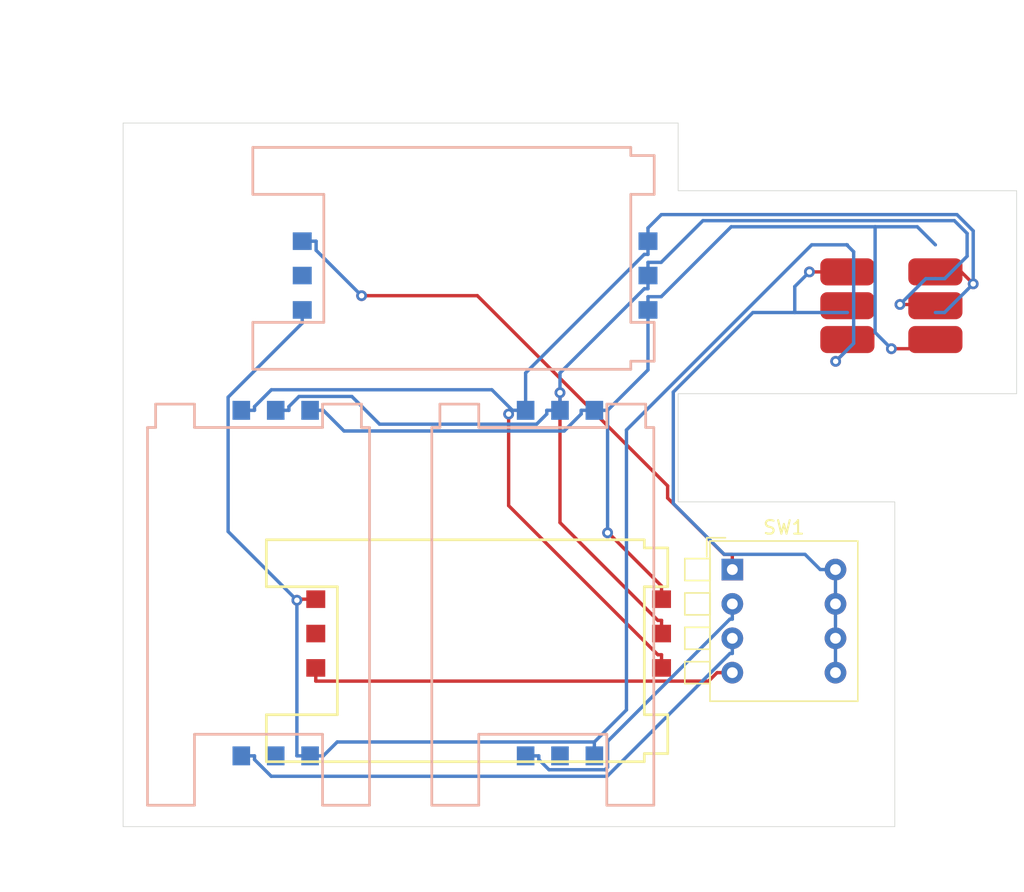
<source format=kicad_pcb>
(kicad_pcb (version 20171130) (host pcbnew 5.1.5+dfsg1-2build2)

  (general
    (thickness 1.6)
    (drawings 10)
    (tracks 155)
    (zones 0)
    (modules 6)
    (nets 15)
  )

  (page A4)
  (layers
    (0 F.Cu signal)
    (31 B.Cu signal)
    (32 B.Adhes user)
    (33 F.Adhes user)
    (34 B.Paste user)
    (35 F.Paste user)
    (36 B.SilkS user)
    (37 F.SilkS user)
    (38 B.Mask user)
    (39 F.Mask user)
    (40 Dwgs.User user)
    (41 Cmts.User user)
    (42 Eco1.User user)
    (43 Eco2.User user)
    (44 Edge.Cuts user)
    (45 Margin user)
    (46 B.CrtYd user)
    (47 F.CrtYd user)
    (48 B.Fab user)
    (49 F.Fab user)
  )

  (setup
    (last_trace_width 0.25)
    (trace_clearance 0.2)
    (zone_clearance 0.508)
    (zone_45_only no)
    (trace_min 0.2)
    (via_size 0.8)
    (via_drill 0.4)
    (via_min_size 0.4)
    (via_min_drill 0.3)
    (uvia_size 0.3)
    (uvia_drill 0.1)
    (uvias_allowed no)
    (uvia_min_size 0.2)
    (uvia_min_drill 0.1)
    (edge_width 0.05)
    (segment_width 0.2)
    (pcb_text_width 0.3)
    (pcb_text_size 1.5 1.5)
    (mod_edge_width 0.12)
    (mod_text_size 1 1)
    (mod_text_width 0.15)
    (pad_size 2 4)
    (pad_drill 0)
    (pad_to_mask_clearance 0.051)
    (solder_mask_min_width 0.25)
    (aux_axis_origin 0 0)
    (visible_elements FFFFFFFF)
    (pcbplotparams
      (layerselection 0x010fc_ffffffff)
      (usegerberextensions false)
      (usegerberattributes false)
      (usegerberadvancedattributes false)
      (creategerberjobfile false)
      (excludeedgelayer true)
      (linewidth 0.100000)
      (plotframeref false)
      (viasonmask false)
      (mode 1)
      (useauxorigin false)
      (hpglpennumber 1)
      (hpglpenspeed 20)
      (hpglpendiameter 15.000000)
      (psnegative false)
      (psa4output false)
      (plotreference true)
      (plotvalue true)
      (plotinvisibletext false)
      (padsonsilk false)
      (subtractmaskfromsilk false)
      (outputformat 1)
      (mirror false)
      (drillshape 1)
      (scaleselection 1)
      (outputdirectory ""))
  )

  (net 0 "")
  (net 1 "Net-(J1-PadC1)")
  (net 2 "Net-(J1-PadC2)")
  (net 3 "Net-(J1-PadC3)")
  (net 4 "Net-(J1-PadC5)")
  (net 5 "Net-(J1-PadC6)")
  (net 6 "Net-(J1-PadC7)")
  (net 7 "Net-(J2-PadC6)")
  (net 8 "Net-(J2-PadC7)")
  (net 9 "Net-(J3-PadC6)")
  (net 10 "Net-(J3-PadC7)")
  (net 11 "Net-(J4-Pad6)")
  (net 12 "Net-(J4-Pad7)")
  (net 13 "Net-(J5-PadC6)")
  (net 14 "Net-(J5-PadC7)")

  (net_class Default "Esta es la clase de red por defecto."
    (clearance 0.2)
    (trace_width 0.25)
    (via_dia 0.8)
    (via_drill 0.4)
    (uvia_dia 0.3)
    (uvia_drill 0.1)
    (add_net "Net-(J1-PadC1)")
    (add_net "Net-(J1-PadC2)")
    (add_net "Net-(J1-PadC3)")
    (add_net "Net-(J1-PadC5)")
    (add_net "Net-(J1-PadC6)")
    (add_net "Net-(J1-PadC7)")
    (add_net "Net-(J2-PadC6)")
    (add_net "Net-(J2-PadC7)")
    (add_net "Net-(J3-PadC6)")
    (add_net "Net-(J3-PadC7)")
    (add_net "Net-(J4-Pad6)")
    (add_net "Net-(J4-Pad7)")
    (add_net "Net-(J5-PadC6)")
    (add_net "Net-(J5-PadC7)")
  )

  (module IoT-JOIN:GCT_SIM5060-6-0-26-00-X_REVC1 (layer B.Cu) (tedit 619286C4) (tstamp 61B81D84)
    (at 124 52 90)
    (path /61928C25)
    (fp_text reference J1 (at -3.795115 15.015535 90) (layer B.SilkS) hide
      (effects (font (size 1.600055 1.600055) (thickness 0.15)) (justify mirror))
    )
    (fp_text value SIM5060-6-0-26-00-X_REVC (at 0 -18.27946 90) (layer B.Fab)
      (effects (font (size 1.601795 1.601795) (thickness 0.15)) (justify mirror))
    )
    (fp_line (start 7.6 11.5) (end 8.2 11.5) (layer Dwgs.User) (width 0.1))
    (fp_line (start 4.73 13.23) (end 7.6 13.23) (layer Dwgs.User) (width 0.1))
    (fp_line (start 7.6 11.5) (end 7.6 13.23) (layer Dwgs.User) (width 0.1))
    (fp_line (start -8.2 -16.42) (end -4.73 -16.42) (layer Dwgs.User) (width 0.1))
    (fp_line (start -8.2 -16.42) (end -8.2 11.5) (layer Dwgs.User) (width 0.1))
    (fp_line (start -8.2 11.5) (end -7.6 11.5) (layer Dwgs.User) (width 0.1))
    (fp_line (start -7.6 11.5) (end -7.6 13.23) (layer Dwgs.User) (width 0.1))
    (fp_line (start 4.73 -16.42) (end 4.73 -11.175) (layer Dwgs.User) (width 0.1))
    (fp_line (start -4.73 -11.175) (end 4.73 -11.175) (layer Dwgs.User) (width 0.1))
    (fp_line (start 4.73 -16.42) (end 8.2 -16.42) (layer Dwgs.User) (width 0.1))
    (fp_line (start -7.6 13.23) (end -4.73 13.23) (layer Dwgs.User) (width 0.1))
    (fp_line (start -4.73 11.5) (end -4.73 13.23) (layer Dwgs.User) (width 0.1))
    (fp_line (start -4.73 11.5) (end 4.73 11.5) (layer Dwgs.User) (width 0.1))
    (fp_line (start -4.73 -16.42) (end -4.73 -11.175) (layer Dwgs.User) (width 0.1))
    (fp_line (start 8.2 -16.42) (end 8.2 11.5) (layer Dwgs.User) (width 0.1))
    (fp_line (start 4.73 11.5) (end 4.73 13.23) (layer Dwgs.User) (width 0.1))
    (fp_line (start -8.85 13.72) (end 8.85 13.72) (layer B.CrtYd) (width 0.05))
    (fp_line (start 0 -0.5) (end 0 0.5) (layer B.CrtYd) (width 0.1))
    (fp_line (start -0.5 0) (end 0.5 0) (layer B.CrtYd) (width 0.1))
    (fp_line (start -8.85 -16.67) (end 8.85 -16.67) (layer B.CrtYd) (width 0.05))
    (fp_line (start -8.85 -16.67) (end -8.85 13.72) (layer B.CrtYd) (width 0.05))
    (fp_line (start 8.85 -16.67) (end 8.85 13.72) (layer B.CrtYd) (width 0.05))
    (fp_line (start 7.6 11.5) (end 8.2 11.5) (layer B.SilkS) (width 0.2))
    (fp_line (start -8.2 -16.42) (end -4.73 -16.42) (layer B.SilkS) (width 0.2))
    (fp_line (start 4.73 13.23) (end 7.6 13.23) (layer B.SilkS) (width 0.2))
    (fp_line (start 7.6 11.5) (end 7.6 13.23) (layer B.SilkS) (width 0.2))
    (fp_line (start -8.2 11.5) (end -7.6 11.5) (layer B.SilkS) (width 0.2))
    (fp_line (start -7.6 11.5) (end -7.6 13.23) (layer B.SilkS) (width 0.2))
    (fp_line (start -8.2 -16.42) (end -8.2 11.5) (layer B.SilkS) (width 0.2))
    (fp_line (start 4.73 -16.42) (end 4.73 -11.175) (layer B.SilkS) (width 0.2))
    (fp_line (start -4.73 -11.175) (end 4.73 -11.175) (layer B.SilkS) (width 0.2))
    (fp_line (start 4.73 -16.42) (end 8.2 -16.42) (layer B.SilkS) (width 0.2))
    (fp_line (start -7.6 13.23) (end -4.73 13.23) (layer B.SilkS) (width 0.2))
    (fp_line (start -4.73 11.5) (end -4.73 13.23) (layer B.SilkS) (width 0.2))
    (fp_line (start -4.73 -16.42) (end -4.73 -11.175) (layer B.SilkS) (width 0.2))
    (fp_line (start -4.73 11.5) (end 4.73 11.5) (layer B.SilkS) (width 0.2))
    (fp_line (start 8.2 -16.42) (end 8.2 11.5) (layer B.SilkS) (width 0.2))
    (fp_line (start 4.73 11.5) (end 4.73 13.23) (layer B.SilkS) (width 0.2))
    (fp_poly (pts (xy -4.66 2.33) (xy -2.96 2.33) (xy -2.96 9.23) (xy -4.66 9.23)) (layer B.CrtYd) (width 0.254))
    (fp_poly (pts (xy 0.42 -9.23) (xy 2.12 -9.23) (xy 2.12 -2.33) (xy 0.42 -2.33)) (layer B.CrtYd) (width 0.254))
    (fp_poly (pts (xy -2.12 2.33) (xy -0.42 2.33) (xy -0.42 9.23) (xy -2.12 9.23)) (layer B.CrtYd) (width 0.254))
    (fp_poly (pts (xy -2.12 -9.23) (xy -0.42 -9.23) (xy -0.42 -2.33) (xy -2.12 -2.33)) (layer B.CrtYd) (width 0.254))
    (fp_poly (pts (xy 0.42 2.33) (xy 2.12 2.33) (xy 2.12 9.23) (xy 0.42 9.23)) (layer B.CrtYd) (width 0.254))
    (fp_poly (pts (xy -4.66 -9.23) (xy -2.96 -9.23) (xy -2.96 -2.33) (xy -4.66 -2.33)) (layer B.CrtYd) (width 0.254))
    (pad C1 smd rect (at -3.81 12.77 90) (size 1.3 1.4) (layers B.Cu B.Paste B.Mask)
      (net 1 "Net-(J1-PadC1)"))
    (pad C2 smd rect (at -1.27 12.77 90) (size 1.3 1.4) (layers B.Cu B.Paste B.Mask)
      (net 2 "Net-(J1-PadC2)"))
    (pad C3 smd rect (at 1.27 12.77 90) (size 1.3 1.4) (layers B.Cu B.Paste B.Mask)
      (net 3 "Net-(J1-PadC3)"))
    (pad C5 smd rect (at -3.81 -12.77 90) (size 1.3 1.4) (layers B.Cu B.Paste B.Mask)
      (net 4 "Net-(J1-PadC5)"))
    (pad C6 smd rect (at -1.27 -12.77 90) (size 1.3 1.4) (layers B.Cu B.Paste B.Mask)
      (net 5 "Net-(J1-PadC6)"))
    (pad C7 smd rect (at 1.27 -12.77 90) (size 1.3 1.4) (layers B.Cu B.Paste B.Mask)
      (net 6 "Net-(J1-PadC7)"))
  )

  (module IoT-JOIN:GCT_SIM5060-6-0-26-00-X_REVC1 (layer F.Cu) (tedit 619286C4) (tstamp 61B7F29E)
    (at 125 81 270)
    (path /61B7C701)
    (fp_text reference J5 (at -3.795115 -15.015535 270) (layer F.SilkS) hide
      (effects (font (size 1.600055 1.600055) (thickness 0.15)))
    )
    (fp_text value SIM5060-6-0-26-00-X_REVC (at -1.25 18 270) (layer F.Fab)
      (effects (font (size 1.601795 1.601795) (thickness 0.15)))
    )
    (fp_line (start 7.6 -11.5) (end 8.2 -11.5) (layer Dwgs.User) (width 0.1))
    (fp_line (start 4.73 -13.23) (end 7.6 -13.23) (layer Dwgs.User) (width 0.1))
    (fp_line (start 7.6 -11.5) (end 7.6 -13.23) (layer Dwgs.User) (width 0.1))
    (fp_line (start -8.2 16.42) (end -4.73 16.42) (layer Dwgs.User) (width 0.1))
    (fp_line (start -8.2 16.42) (end -8.2 -11.5) (layer Dwgs.User) (width 0.1))
    (fp_line (start -8.2 -11.5) (end -7.6 -11.5) (layer Dwgs.User) (width 0.1))
    (fp_line (start -7.6 -11.5) (end -7.6 -13.23) (layer Dwgs.User) (width 0.1))
    (fp_line (start 4.73 16.42) (end 4.73 11.175) (layer Dwgs.User) (width 0.1))
    (fp_line (start -4.73 11.175) (end 4.73 11.175) (layer Dwgs.User) (width 0.1))
    (fp_line (start 4.73 16.42) (end 8.2 16.42) (layer Dwgs.User) (width 0.1))
    (fp_line (start -7.6 -13.23) (end -4.73 -13.23) (layer Dwgs.User) (width 0.1))
    (fp_line (start -4.73 -11.5) (end -4.73 -13.23) (layer Dwgs.User) (width 0.1))
    (fp_line (start -4.73 -11.5) (end 4.73 -11.5) (layer Dwgs.User) (width 0.1))
    (fp_line (start -4.73 16.42) (end -4.73 11.175) (layer Dwgs.User) (width 0.1))
    (fp_line (start 8.2 16.42) (end 8.2 -11.5) (layer Dwgs.User) (width 0.1))
    (fp_line (start 4.73 -11.5) (end 4.73 -13.23) (layer Dwgs.User) (width 0.1))
    (fp_line (start -8.85 -13.72) (end 8.85 -13.72) (layer F.CrtYd) (width 0.05))
    (fp_line (start 0 0.5) (end 0 -0.5) (layer F.CrtYd) (width 0.1))
    (fp_line (start -0.5 0) (end 0.5 0) (layer F.CrtYd) (width 0.1))
    (fp_line (start -8.85 16.67) (end 8.85 16.67) (layer F.CrtYd) (width 0.05))
    (fp_line (start -8.85 16.67) (end -8.85 -13.72) (layer F.CrtYd) (width 0.05))
    (fp_line (start 8.85 16.67) (end 8.85 -13.72) (layer F.CrtYd) (width 0.05))
    (fp_line (start 7.6 -11.5) (end 8.2 -11.5) (layer F.SilkS) (width 0.2))
    (fp_line (start -8.2 16.42) (end -4.73 16.42) (layer F.SilkS) (width 0.2))
    (fp_line (start 4.73 -13.23) (end 7.6 -13.23) (layer F.SilkS) (width 0.2))
    (fp_line (start 7.6 -11.5) (end 7.6 -13.23) (layer F.SilkS) (width 0.2))
    (fp_line (start -8.2 -11.5) (end -7.6 -11.5) (layer F.SilkS) (width 0.2))
    (fp_line (start -7.6 -11.5) (end -7.6 -13.23) (layer F.SilkS) (width 0.2))
    (fp_line (start -8.2 16.42) (end -8.2 -11.5) (layer F.SilkS) (width 0.2))
    (fp_line (start 4.73 16.42) (end 4.73 11.175) (layer F.SilkS) (width 0.2))
    (fp_line (start -4.73 11.175) (end 4.73 11.175) (layer F.SilkS) (width 0.2))
    (fp_line (start 4.73 16.42) (end 8.2 16.42) (layer F.SilkS) (width 0.2))
    (fp_line (start -7.6 -13.23) (end -4.73 -13.23) (layer F.SilkS) (width 0.2))
    (fp_line (start -4.73 -11.5) (end -4.73 -13.23) (layer F.SilkS) (width 0.2))
    (fp_line (start -4.73 16.42) (end -4.73 11.175) (layer F.SilkS) (width 0.2))
    (fp_line (start -4.73 -11.5) (end 4.73 -11.5) (layer F.SilkS) (width 0.2))
    (fp_line (start 8.2 16.42) (end 8.2 -11.5) (layer F.SilkS) (width 0.2))
    (fp_line (start 4.73 -11.5) (end 4.73 -13.23) (layer F.SilkS) (width 0.2))
    (fp_poly (pts (xy -4.66 -2.33) (xy -2.96 -2.33) (xy -2.96 -9.23) (xy -4.66 -9.23)) (layer F.CrtYd) (width 0.254))
    (fp_poly (pts (xy 0.42 9.23) (xy 2.12 9.23) (xy 2.12 2.33) (xy 0.42 2.33)) (layer F.CrtYd) (width 0.254))
    (fp_poly (pts (xy -2.12 -2.33) (xy -0.42 -2.33) (xy -0.42 -9.23) (xy -2.12 -9.23)) (layer F.CrtYd) (width 0.254))
    (fp_poly (pts (xy -2.12 9.23) (xy -0.42 9.23) (xy -0.42 2.33) (xy -2.12 2.33)) (layer F.CrtYd) (width 0.254))
    (fp_poly (pts (xy 0.42 -2.33) (xy 2.12 -2.33) (xy 2.12 -9.23) (xy 0.42 -9.23)) (layer F.CrtYd) (width 0.254))
    (fp_poly (pts (xy -4.66 9.23) (xy -2.96 9.23) (xy -2.96 2.33) (xy -4.66 2.33)) (layer F.CrtYd) (width 0.254))
    (pad C1 smd rect (at -3.81 -12.77 270) (size 1.3 1.4) (layers F.Cu F.Paste F.Mask)
      (net 1 "Net-(J1-PadC1)"))
    (pad C2 smd rect (at -1.27 -12.77 270) (size 1.3 1.4) (layers F.Cu F.Paste F.Mask)
      (net 2 "Net-(J1-PadC2)"))
    (pad C3 smd rect (at 1.27 -12.77 270) (size 1.3 1.4) (layers F.Cu F.Paste F.Mask)
      (net 3 "Net-(J1-PadC3)"))
    (pad C5 smd rect (at -3.81 12.77 270) (size 1.3 1.4) (layers F.Cu F.Paste F.Mask)
      (net 4 "Net-(J1-PadC5)"))
    (pad C6 smd rect (at -1.27 12.77 270) (size 1.3 1.4) (layers F.Cu F.Paste F.Mask)
      (net 13 "Net-(J5-PadC6)"))
    (pad C7 smd rect (at 1.27 12.77 270) (size 1.3 1.4) (layers F.Cu F.Paste F.Mask)
      (net 14 "Net-(J5-PadC7)"))
  )

  (module IoT-JOIN:SIM_CARD (layer F.Cu) (tedit 61B3D3DE) (tstamp 61B9E156)
    (at 164 62 90)
    (path /6192BD50)
    (fp_text reference J4 (at -3 -10.5 90) (layer F.SilkS) hide
      (effects (font (size 1.600055 1.600055) (thickness 0.15)))
    )
    (fp_text value SIM_Card (at 7 -20 90) (layer F.Fab)
      (effects (font (size 1.601795 1.601795) (thickness 0.15)))
    )
    (fp_line (start 15 0) (end 0 0) (layer F.CrtYd) (width 0.12))
    (fp_line (start 15 -22) (end 15 0) (layer F.CrtYd) (width 0.12))
    (fp_line (start 12 -25) (end 15 -22) (layer F.CrtYd) (width 0.12))
    (fp_line (start 0 -25) (end 12 -25) (layer F.CrtYd) (width 0.12))
    (fp_line (start 0 0) (end 0 -25) (layer F.CrtYd) (width 0.12))
    (fp_line (start 0 0.5) (end 0 -0.5) (layer F.CrtYd) (width 0.1))
    (fp_line (start -0.5 0) (end 0.5 0) (layer F.CrtYd) (width 0.1))
    (pad 1 connect roundrect (at 4 -6 90) (size 2 4) (layers F.Cu F.Mask) (roundrect_rratio 0.25)
      (net 1 "Net-(J1-PadC1)"))
    (pad 2 connect roundrect (at 6.5 -6 90) (size 2 4) (layers F.Cu F.Mask) (roundrect_rratio 0.25)
      (net 2 "Net-(J1-PadC2)"))
    (pad 3 connect roundrect (at 9 -6 90) (size 2 4) (layers F.Cu F.Mask) (roundrect_rratio 0.25)
      (net 3 "Net-(J1-PadC3)"))
    (pad 5 connect roundrect (at 4 -12.5 90) (size 2 4) (layers F.Cu F.Mask) (roundrect_rratio 0.25)
      (net 4 "Net-(J1-PadC5)"))
    (pad 6 connect roundrect (at 6.5 -12.5 90) (size 2 4) (layers F.Cu F.Mask) (roundrect_rratio 0.25)
      (net 11 "Net-(J4-Pad6)"))
    (pad 7 connect roundrect (at 9 -12.5 90) (size 2 4) (layers F.Cu F.Mask) (roundrect_rratio 0.25)
      (net 12 "Net-(J4-Pad7)"))
  )

  (module IoT-JOIN:GCT_SIM5060-6-0-26-00-X_REVC1 (layer B.Cu) (tedit 619286C4) (tstamp 61B7F257)
    (at 108 76 180)
    (path /619299C5)
    (fp_text reference J3 (at -3.795115 15.015535) (layer B.SilkS) hide
      (effects (font (size 1.600055 1.600055) (thickness 0.15)) (justify mirror))
    )
    (fp_text value SIM5060-6-0-26-00-X_REVC (at 0 -17) (layer B.Fab)
      (effects (font (size 1.601795 1.601795) (thickness 0.15)) (justify mirror))
    )
    (fp_line (start 7.6 11.5) (end 8.2 11.5) (layer Dwgs.User) (width 0.1))
    (fp_line (start 4.73 13.23) (end 7.6 13.23) (layer Dwgs.User) (width 0.1))
    (fp_line (start 7.6 11.5) (end 7.6 13.23) (layer Dwgs.User) (width 0.1))
    (fp_line (start -8.2 -16.42) (end -4.73 -16.42) (layer Dwgs.User) (width 0.1))
    (fp_line (start -8.2 -16.42) (end -8.2 11.5) (layer Dwgs.User) (width 0.1))
    (fp_line (start -8.2 11.5) (end -7.6 11.5) (layer Dwgs.User) (width 0.1))
    (fp_line (start -7.6 11.5) (end -7.6 13.23) (layer Dwgs.User) (width 0.1))
    (fp_line (start 4.73 -16.42) (end 4.73 -11.175) (layer Dwgs.User) (width 0.1))
    (fp_line (start -4.73 -11.175) (end 4.73 -11.175) (layer Dwgs.User) (width 0.1))
    (fp_line (start 4.73 -16.42) (end 8.2 -16.42) (layer Dwgs.User) (width 0.1))
    (fp_line (start -7.6 13.23) (end -4.73 13.23) (layer Dwgs.User) (width 0.1))
    (fp_line (start -4.73 11.5) (end -4.73 13.23) (layer Dwgs.User) (width 0.1))
    (fp_line (start -4.73 11.5) (end 4.73 11.5) (layer Dwgs.User) (width 0.1))
    (fp_line (start -4.73 -16.42) (end -4.73 -11.175) (layer Dwgs.User) (width 0.1))
    (fp_line (start 8.2 -16.42) (end 8.2 11.5) (layer Dwgs.User) (width 0.1))
    (fp_line (start 4.73 11.5) (end 4.73 13.23) (layer Dwgs.User) (width 0.1))
    (fp_line (start -8.85 13.72) (end 8.85 13.72) (layer B.CrtYd) (width 0.05))
    (fp_line (start 0 -0.5) (end 0 0.5) (layer B.CrtYd) (width 0.1))
    (fp_line (start -0.5 0) (end 0.5 0) (layer B.CrtYd) (width 0.1))
    (fp_line (start -8.85 -16.67) (end 8.85 -16.67) (layer B.CrtYd) (width 0.05))
    (fp_line (start -8.85 -16.67) (end -8.85 13.72) (layer B.CrtYd) (width 0.05))
    (fp_line (start 8.85 -16.67) (end 8.85 13.72) (layer B.CrtYd) (width 0.05))
    (fp_line (start 7.6 11.5) (end 8.2 11.5) (layer B.SilkS) (width 0.2))
    (fp_line (start -8.2 -16.42) (end -4.73 -16.42) (layer B.SilkS) (width 0.2))
    (fp_line (start 4.73 13.23) (end 7.6 13.23) (layer B.SilkS) (width 0.2))
    (fp_line (start 7.6 11.5) (end 7.6 13.23) (layer B.SilkS) (width 0.2))
    (fp_line (start -8.2 11.5) (end -7.6 11.5) (layer B.SilkS) (width 0.2))
    (fp_line (start -7.6 11.5) (end -7.6 13.23) (layer B.SilkS) (width 0.2))
    (fp_line (start -8.2 -16.42) (end -8.2 11.5) (layer B.SilkS) (width 0.2))
    (fp_line (start 4.73 -16.42) (end 4.73 -11.175) (layer B.SilkS) (width 0.2))
    (fp_line (start -4.73 -11.175) (end 4.73 -11.175) (layer B.SilkS) (width 0.2))
    (fp_line (start 4.73 -16.42) (end 8.2 -16.42) (layer B.SilkS) (width 0.2))
    (fp_line (start -7.6 13.23) (end -4.73 13.23) (layer B.SilkS) (width 0.2))
    (fp_line (start -4.73 11.5) (end -4.73 13.23) (layer B.SilkS) (width 0.2))
    (fp_line (start -4.73 -16.42) (end -4.73 -11.175) (layer B.SilkS) (width 0.2))
    (fp_line (start -4.73 11.5) (end 4.73 11.5) (layer B.SilkS) (width 0.2))
    (fp_line (start 8.2 -16.42) (end 8.2 11.5) (layer B.SilkS) (width 0.2))
    (fp_line (start 4.73 11.5) (end 4.73 13.23) (layer B.SilkS) (width 0.2))
    (fp_poly (pts (xy -4.66 2.33) (xy -2.96 2.33) (xy -2.96 9.23) (xy -4.66 9.23)) (layer B.CrtYd) (width 0.254))
    (fp_poly (pts (xy 0.42 -9.23) (xy 2.12 -9.23) (xy 2.12 -2.33) (xy 0.42 -2.33)) (layer B.CrtYd) (width 0.254))
    (fp_poly (pts (xy -2.12 2.33) (xy -0.42 2.33) (xy -0.42 9.23) (xy -2.12 9.23)) (layer B.CrtYd) (width 0.254))
    (fp_poly (pts (xy -2.12 -9.23) (xy -0.42 -9.23) (xy -0.42 -2.33) (xy -2.12 -2.33)) (layer B.CrtYd) (width 0.254))
    (fp_poly (pts (xy 0.42 2.33) (xy 2.12 2.33) (xy 2.12 9.23) (xy 0.42 9.23)) (layer B.CrtYd) (width 0.254))
    (fp_poly (pts (xy -4.66 -9.23) (xy -2.96 -9.23) (xy -2.96 -2.33) (xy -4.66 -2.33)) (layer B.CrtYd) (width 0.254))
    (pad C1 smd rect (at -3.81 12.77 180) (size 1.3 1.4) (layers B.Cu B.Paste B.Mask)
      (net 1 "Net-(J1-PadC1)"))
    (pad C2 smd rect (at -1.27 12.77 180) (size 1.3 1.4) (layers B.Cu B.Paste B.Mask)
      (net 2 "Net-(J1-PadC2)"))
    (pad C3 smd rect (at 1.27 12.77 180) (size 1.3 1.4) (layers B.Cu B.Paste B.Mask)
      (net 3 "Net-(J1-PadC3)"))
    (pad C5 smd rect (at -3.81 -12.77 180) (size 1.3 1.4) (layers B.Cu B.Paste B.Mask)
      (net 4 "Net-(J1-PadC5)"))
    (pad C6 smd rect (at -1.27 -12.77 180) (size 1.3 1.4) (layers B.Cu B.Paste B.Mask)
      (net 9 "Net-(J3-PadC6)"))
    (pad C7 smd rect (at 1.27 -12.77 180) (size 1.3 1.4) (layers B.Cu B.Paste B.Mask)
      (net 10 "Net-(J3-PadC7)"))
  )

  (module IoT-JOIN:GCT_SIM5060-6-0-26-00-X_REVC1 (layer B.Cu) (tedit 619286C4) (tstamp 61B7F221)
    (at 129 76 180)
    (path /619294E0)
    (fp_text reference J2 (at -3.795115 15.015535) (layer B.SilkS) hide
      (effects (font (size 1.600055 1.600055) (thickness 0.15)) (justify mirror))
    )
    (fp_text value SIM5060-6-0-26-00-X_REVC (at 0 -17) (layer B.Fab)
      (effects (font (size 1.601795 1.601795) (thickness 0.15)) (justify mirror))
    )
    (fp_line (start 7.6 11.5) (end 8.2 11.5) (layer Dwgs.User) (width 0.1))
    (fp_line (start 4.73 13.23) (end 7.6 13.23) (layer Dwgs.User) (width 0.1))
    (fp_line (start 7.6 11.5) (end 7.6 13.23) (layer Dwgs.User) (width 0.1))
    (fp_line (start -8.2 -16.42) (end -4.73 -16.42) (layer Dwgs.User) (width 0.1))
    (fp_line (start -8.2 -16.42) (end -8.2 11.5) (layer Dwgs.User) (width 0.1))
    (fp_line (start -8.2 11.5) (end -7.6 11.5) (layer Dwgs.User) (width 0.1))
    (fp_line (start -7.6 11.5) (end -7.6 13.23) (layer Dwgs.User) (width 0.1))
    (fp_line (start 4.73 -16.42) (end 4.73 -11.175) (layer Dwgs.User) (width 0.1))
    (fp_line (start -4.73 -11.175) (end 4.73 -11.175) (layer Dwgs.User) (width 0.1))
    (fp_line (start 4.73 -16.42) (end 8.2 -16.42) (layer Dwgs.User) (width 0.1))
    (fp_line (start -7.6 13.23) (end -4.73 13.23) (layer Dwgs.User) (width 0.1))
    (fp_line (start -4.73 11.5) (end -4.73 13.23) (layer Dwgs.User) (width 0.1))
    (fp_line (start -4.73 11.5) (end 4.73 11.5) (layer Dwgs.User) (width 0.1))
    (fp_line (start -4.73 -16.42) (end -4.73 -11.175) (layer Dwgs.User) (width 0.1))
    (fp_line (start 8.2 -16.42) (end 8.2 11.5) (layer Dwgs.User) (width 0.1))
    (fp_line (start 4.73 11.5) (end 4.73 13.23) (layer Dwgs.User) (width 0.1))
    (fp_line (start -8.85 13.72) (end 8.85 13.72) (layer B.CrtYd) (width 0.05))
    (fp_line (start 0 -0.5) (end 0 0.5) (layer B.CrtYd) (width 0.1))
    (fp_line (start -0.5 0) (end 0.5 0) (layer B.CrtYd) (width 0.1))
    (fp_line (start -8.85 -16.67) (end 8.85 -16.67) (layer B.CrtYd) (width 0.05))
    (fp_line (start -8.85 -16.67) (end -8.85 13.72) (layer B.CrtYd) (width 0.05))
    (fp_line (start 8.85 -16.67) (end 8.85 13.72) (layer B.CrtYd) (width 0.05))
    (fp_line (start 7.6 11.5) (end 8.2 11.5) (layer B.SilkS) (width 0.2))
    (fp_line (start -8.2 -16.42) (end -4.73 -16.42) (layer B.SilkS) (width 0.2))
    (fp_line (start 4.73 13.23) (end 7.6 13.23) (layer B.SilkS) (width 0.2))
    (fp_line (start 7.6 11.5) (end 7.6 13.23) (layer B.SilkS) (width 0.2))
    (fp_line (start -8.2 11.5) (end -7.6 11.5) (layer B.SilkS) (width 0.2))
    (fp_line (start -7.6 11.5) (end -7.6 13.23) (layer B.SilkS) (width 0.2))
    (fp_line (start -8.2 -16.42) (end -8.2 11.5) (layer B.SilkS) (width 0.2))
    (fp_line (start 4.73 -16.42) (end 4.73 -11.175) (layer B.SilkS) (width 0.2))
    (fp_line (start -4.73 -11.175) (end 4.73 -11.175) (layer B.SilkS) (width 0.2))
    (fp_line (start 4.73 -16.42) (end 8.2 -16.42) (layer B.SilkS) (width 0.2))
    (fp_line (start -7.6 13.23) (end -4.73 13.23) (layer B.SilkS) (width 0.2))
    (fp_line (start -4.73 11.5) (end -4.73 13.23) (layer B.SilkS) (width 0.2))
    (fp_line (start -4.73 -16.42) (end -4.73 -11.175) (layer B.SilkS) (width 0.2))
    (fp_line (start -4.73 11.5) (end 4.73 11.5) (layer B.SilkS) (width 0.2))
    (fp_line (start 8.2 -16.42) (end 8.2 11.5) (layer B.SilkS) (width 0.2))
    (fp_line (start 4.73 11.5) (end 4.73 13.23) (layer B.SilkS) (width 0.2))
    (fp_poly (pts (xy -4.66 2.33) (xy -2.96 2.33) (xy -2.96 9.23) (xy -4.66 9.23)) (layer B.CrtYd) (width 0.254))
    (fp_poly (pts (xy 0.42 -9.23) (xy 2.12 -9.23) (xy 2.12 -2.33) (xy 0.42 -2.33)) (layer B.CrtYd) (width 0.254))
    (fp_poly (pts (xy -2.12 2.33) (xy -0.42 2.33) (xy -0.42 9.23) (xy -2.12 9.23)) (layer B.CrtYd) (width 0.254))
    (fp_poly (pts (xy -2.12 -9.23) (xy -0.42 -9.23) (xy -0.42 -2.33) (xy -2.12 -2.33)) (layer B.CrtYd) (width 0.254))
    (fp_poly (pts (xy 0.42 2.33) (xy 2.12 2.33) (xy 2.12 9.23) (xy 0.42 9.23)) (layer B.CrtYd) (width 0.254))
    (fp_poly (pts (xy -4.66 -9.23) (xy -2.96 -9.23) (xy -2.96 -2.33) (xy -4.66 -2.33)) (layer B.CrtYd) (width 0.254))
    (pad C1 smd rect (at -3.81 12.77 180) (size 1.3 1.4) (layers B.Cu B.Paste B.Mask)
      (net 1 "Net-(J1-PadC1)"))
    (pad C2 smd rect (at -1.27 12.77 180) (size 1.3 1.4) (layers B.Cu B.Paste B.Mask)
      (net 2 "Net-(J1-PadC2)"))
    (pad C3 smd rect (at 1.27 12.77 180) (size 1.3 1.4) (layers B.Cu B.Paste B.Mask)
      (net 3 "Net-(J1-PadC3)"))
    (pad C5 smd rect (at -3.81 -12.77 180) (size 1.3 1.4) (layers B.Cu B.Paste B.Mask)
      (net 4 "Net-(J1-PadC5)"))
    (pad C6 smd rect (at -1.27 -12.77 180) (size 1.3 1.4) (layers B.Cu B.Paste B.Mask)
      (net 7 "Net-(J2-PadC6)"))
    (pad C7 smd rect (at 1.27 -12.77 180) (size 1.3 1.4) (layers B.Cu B.Paste B.Mask)
      (net 8 "Net-(J2-PadC7)"))
  )

  (module Button_Switch_THT:SW_DIP_SPSTx04_Piano_10.8x11.72mm_W7.62mm_P2.54mm (layer F.Cu) (tedit 5A4E1405) (tstamp 61F7EDFA)
    (at 143 75)
    (descr "4x-dip-switch SPST , Piano, row spacing 7.62 mm (300 mils), body size 10.8x11.72mm")
    (tags "DIP Switch SPST Piano 7.62mm 300mil")
    (path /61B939C0)
    (fp_text reference SW1 (at 3.81 -3.11) (layer F.SilkS)
      (effects (font (size 1 1) (thickness 0.15)))
    )
    (fp_text value SW_DIP_x04 (at 3.81 10.73) (layer F.Fab)
      (effects (font (size 1 1) (thickness 0.15)))
    )
    (fp_line (start -0.59 -2.05) (end 9.21 -2.05) (layer F.Fab) (width 0.1))
    (fp_line (start 9.21 -2.05) (end 9.21 9.67) (layer F.Fab) (width 0.1))
    (fp_line (start 9.21 9.67) (end -1.59 9.67) (layer F.Fab) (width 0.1))
    (fp_line (start -1.59 9.67) (end -1.59 -1.05) (layer F.Fab) (width 0.1))
    (fp_line (start -1.59 -1.05) (end -0.59 -2.05) (layer F.Fab) (width 0.1))
    (fp_line (start -1.59 -0.75) (end -1.59 0.75) (layer F.Fab) (width 0.1))
    (fp_line (start -1.59 0.75) (end -3.39 0.75) (layer F.Fab) (width 0.1))
    (fp_line (start -3.39 0.75) (end -3.39 -0.75) (layer F.Fab) (width 0.1))
    (fp_line (start -3.39 -0.75) (end -1.59 -0.75) (layer F.Fab) (width 0.1))
    (fp_line (start -1.59 1.79) (end -1.59 3.29) (layer F.Fab) (width 0.1))
    (fp_line (start -1.59 3.29) (end -3.39 3.29) (layer F.Fab) (width 0.1))
    (fp_line (start -3.39 3.29) (end -3.39 1.79) (layer F.Fab) (width 0.1))
    (fp_line (start -3.39 1.79) (end -1.59 1.79) (layer F.Fab) (width 0.1))
    (fp_line (start -1.59 4.33) (end -1.59 5.83) (layer F.Fab) (width 0.1))
    (fp_line (start -1.59 5.83) (end -3.39 5.83) (layer F.Fab) (width 0.1))
    (fp_line (start -3.39 5.83) (end -3.39 4.33) (layer F.Fab) (width 0.1))
    (fp_line (start -3.39 4.33) (end -1.59 4.33) (layer F.Fab) (width 0.1))
    (fp_line (start -1.59 6.87) (end -1.59 8.37) (layer F.Fab) (width 0.1))
    (fp_line (start -1.59 8.37) (end -3.39 8.37) (layer F.Fab) (width 0.1))
    (fp_line (start -3.39 8.37) (end -3.39 6.87) (layer F.Fab) (width 0.1))
    (fp_line (start -3.39 6.87) (end -1.59 6.87) (layer F.Fab) (width 0.1))
    (fp_line (start -1.65 -2.11) (end 9.27 -2.11) (layer F.SilkS) (width 0.12))
    (fp_line (start -1.65 9.73) (end 9.27 9.73) (layer F.SilkS) (width 0.12))
    (fp_line (start -1.65 -2.11) (end -1.65 9.73) (layer F.SilkS) (width 0.12))
    (fp_line (start 9.27 -2.11) (end 9.27 9.73) (layer F.SilkS) (width 0.12))
    (fp_line (start -1.89 -2.35) (end -0.507 -2.35) (layer F.SilkS) (width 0.12))
    (fp_line (start -1.89 -2.35) (end -1.89 -0.967) (layer F.SilkS) (width 0.12))
    (fp_line (start -3.51 -0.81) (end -1.65 -0.81) (layer F.SilkS) (width 0.12))
    (fp_line (start -3.51 0.81) (end -1.65 0.81) (layer F.SilkS) (width 0.12))
    (fp_line (start -3.51 -0.81) (end -3.51 0.81) (layer F.SilkS) (width 0.12))
    (fp_line (start -1.65 -0.81) (end -1.65 0.81) (layer F.SilkS) (width 0.12))
    (fp_line (start -3.51 1.73) (end -1.65 1.73) (layer F.SilkS) (width 0.12))
    (fp_line (start -3.51 3.35) (end -1.65 3.35) (layer F.SilkS) (width 0.12))
    (fp_line (start -3.51 1.73) (end -3.51 3.35) (layer F.SilkS) (width 0.12))
    (fp_line (start -1.65 1.73) (end -1.65 3.35) (layer F.SilkS) (width 0.12))
    (fp_line (start -3.51 4.27) (end -1.65 4.27) (layer F.SilkS) (width 0.12))
    (fp_line (start -3.51 5.89) (end -1.65 5.89) (layer F.SilkS) (width 0.12))
    (fp_line (start -3.51 4.27) (end -3.51 5.89) (layer F.SilkS) (width 0.12))
    (fp_line (start -1.65 4.27) (end -1.65 5.89) (layer F.SilkS) (width 0.12))
    (fp_line (start -3.51 6.81) (end -1.65 6.81) (layer F.SilkS) (width 0.12))
    (fp_line (start -3.51 8.43) (end -1.65 8.43) (layer F.SilkS) (width 0.12))
    (fp_line (start -3.51 6.81) (end -3.51 8.43) (layer F.SilkS) (width 0.12))
    (fp_line (start -1.65 6.81) (end -1.65 8.43) (layer F.SilkS) (width 0.12))
    (fp_line (start -3.65 -2.4) (end -3.65 10) (layer F.CrtYd) (width 0.05))
    (fp_line (start -3.65 10) (end 9.5 10) (layer F.CrtYd) (width 0.05))
    (fp_line (start 9.5 10) (end 9.5 -2.4) (layer F.CrtYd) (width 0.05))
    (fp_line (start 9.5 -2.4) (end -3.65 -2.4) (layer F.CrtYd) (width 0.05))
    (fp_text user %R (at 3.81 3.81) (layer F.Fab)
      (effects (font (size 0.8 0.8) (thickness 0.12)))
    )
    (pad 1 thru_hole rect (at 0 0) (size 1.6 1.6) (drill 0.8) (layers *.Cu *.Mask)
      (net 6 "Net-(J1-PadC7)"))
    (pad 5 thru_hole oval (at 7.62 7.62) (size 1.6 1.6) (drill 0.8) (layers *.Cu *.Mask)
      (net 12 "Net-(J4-Pad7)"))
    (pad 2 thru_hole oval (at 0 2.54) (size 1.6 1.6) (drill 0.8) (layers *.Cu *.Mask)
      (net 8 "Net-(J2-PadC7)"))
    (pad 6 thru_hole oval (at 7.62 5.08) (size 1.6 1.6) (drill 0.8) (layers *.Cu *.Mask)
      (net 12 "Net-(J4-Pad7)"))
    (pad 3 thru_hole oval (at 0 5.08) (size 1.6 1.6) (drill 0.8) (layers *.Cu *.Mask)
      (net 10 "Net-(J3-PadC7)"))
    (pad 7 thru_hole oval (at 7.62 2.54) (size 1.6 1.6) (drill 0.8) (layers *.Cu *.Mask)
      (net 12 "Net-(J4-Pad7)"))
    (pad 4 thru_hole oval (at 0 7.62) (size 1.6 1.6) (drill 0.8) (layers *.Cu *.Mask)
      (net 14 "Net-(J5-PadC7)"))
    (pad 8 thru_hole oval (at 7.62 0) (size 1.6 1.6) (drill 0.8) (layers *.Cu *.Mask)
      (net 12 "Net-(J4-Pad7)"))
    (model ${KISYS3DMOD}/Button_Switch_THT.3dshapes/SW_DIP_SPSTx04_Piano_10.8x11.72mm_W7.62mm_P2.54mm.wrl
      (at (xyz 0 0 0))
      (scale (xyz 1 1 1))
      (rotate (xyz 0 0 90))
    )
  )

  (gr_line (start 139 42) (end 139 47) (layer Edge.Cuts) (width 0.05) (tstamp 61B9E228))
  (gr_line (start 98 42) (end 139 42) (layer Edge.Cuts) (width 0.05))
  (gr_line (start 98 94) (end 98 42) (layer Edge.Cuts) (width 0.05))
  (gr_line (start 155 94) (end 98 94) (layer Edge.Cuts) (width 0.05))
  (gr_line (start 155 70) (end 155 94) (layer Edge.Cuts) (width 0.05))
  (gr_line (start 139 70) (end 155 70) (layer Edge.Cuts) (width 0.05))
  (gr_line (start 139 62) (end 139 70) (layer Edge.Cuts) (width 0.05))
  (gr_line (start 164 62) (end 139 62) (layer Edge.Cuts) (width 0.05))
  (gr_line (start 164 47) (end 164 62) (layer Edge.Cuts) (width 0.05))
  (gr_line (start 139 47) (end 164 47) (layer Edge.Cuts) (width 0.05))

  (segment (start 154.75 58.6783) (end 157.3217 58.6783) (width 0.25) (layer F.Cu) (net 1))
  (segment (start 157.3217 58.6783) (end 158 58) (width 0.25) (layer F.Cu) (net 1))
  (segment (start 153.5477 49.6652) (end 153.5477 57.476) (width 0.25) (layer B.Cu) (net 1))
  (segment (start 153.5477 57.476) (end 154.75 58.6783) (width 0.25) (layer B.Cu) (net 1))
  (segment (start 153.5477 49.6652) (end 142.915 49.6652) (width 0.25) (layer B.Cu) (net 1))
  (segment (start 142.915 49.6652) (end 137.745 54.8347) (width 0.25) (layer B.Cu) (net 1))
  (segment (start 137.745 54.8347) (end 136.77 54.8347) (width 0.25) (layer B.Cu) (net 1))
  (segment (start 136.77 54.8347) (end 136.77 55.81) (width 0.25) (layer B.Cu) (net 1))
  (segment (start 158 51) (end 156.665 49.6652) (width 0.25) (layer B.Cu) (net 1))
  (segment (start 156.665 49.6652) (end 153.5477 49.6652) (width 0.25) (layer B.Cu) (net 1))
  (segment (start 132.81 63.23) (end 133.785 63.23) (width 0.25) (layer B.Cu) (net 1))
  (segment (start 111.81 63.23) (end 112.785 63.23) (width 0.25) (layer B.Cu) (net 1))
  (segment (start 112.785 63.23) (end 114.314 64.7583) (width 0.25) (layer B.Cu) (net 1))
  (segment (start 114.314 64.7583) (end 130.581 64.7583) (width 0.25) (layer B.Cu) (net 1))
  (segment (start 130.581 64.7583) (end 131.835 63.5043) (width 0.25) (layer B.Cu) (net 1))
  (segment (start 131.835 63.5043) (end 131.835 63.23) (width 0.25) (layer B.Cu) (net 1))
  (segment (start 131.835 63.23) (end 132.81 63.23) (width 0.25) (layer B.Cu) (net 1))
  (segment (start 137.77 77.19) (end 137.77 76.2147) (width 0.25) (layer F.Cu) (net 1))
  (segment (start 137.77 76.2147) (end 133.837 72.282) (width 0.25) (layer F.Cu) (net 1))
  (segment (start 133.837 72.282) (end 133.785 72.282) (width 0.25) (layer F.Cu) (net 1))
  (segment (start 133.785 63.23) (end 133.785 72.282) (width 0.25) (layer B.Cu) (net 1))
  (segment (start 136.77 55.81) (end 136.77 60.2453) (width 0.25) (layer B.Cu) (net 1))
  (segment (start 136.77 60.2453) (end 133.785 63.23) (width 0.25) (layer B.Cu) (net 1))
  (via (at 154.75 58.6783) (size 0.8) (layers F.Cu B.Cu) (net 1))
  (via (at 133.785 72.282) (size 0.8) (layers F.Cu B.Cu) (net 1))
  (segment (start 155.3835 55.4079) (end 157.9079 55.4079) (width 0.25) (layer F.Cu) (net 2))
  (segment (start 157.9079 55.4079) (end 158 55.5) (width 0.25) (layer F.Cu) (net 2))
  (segment (start 158 53.5) (end 157.2914 53.5) (width 0.25) (layer B.Cu) (net 2))
  (segment (start 157.2914 53.5) (end 155.3835 55.4079) (width 0.25) (layer B.Cu) (net 2))
  (segment (start 136.77 53.27) (end 136.77 52.2947) (width 0.25) (layer B.Cu) (net 2))
  (segment (start 136.77 52.2947) (end 137.745 52.2947) (width 0.25) (layer B.Cu) (net 2))
  (segment (start 137.745 52.2947) (end 140.825 49.2148) (width 0.25) (layer B.Cu) (net 2))
  (segment (start 140.825 49.2148) (end 159.404 49.2148) (width 0.25) (layer B.Cu) (net 2))
  (segment (start 159.404 49.2148) (end 160.344 50.155) (width 0.25) (layer B.Cu) (net 2))
  (segment (start 160.344 50.155) (end 160.344 51.8424) (width 0.25) (layer B.Cu) (net 2))
  (segment (start 160.344 51.8424) (end 158.686 53.5) (width 0.25) (layer B.Cu) (net 2))
  (segment (start 158.686 53.5) (end 158 53.5) (width 0.25) (layer B.Cu) (net 2))
  (segment (start 137.77 79.73) (end 137.77 78.7547) (width 0.25) (layer F.Cu) (net 2))
  (segment (start 137.77 78.7547) (end 137.496 78.7547) (width 0.25) (layer F.Cu) (net 2))
  (segment (start 137.496 78.7547) (end 130.27 71.529) (width 0.25) (layer F.Cu) (net 2))
  (segment (start 130.27 71.529) (end 130.27 61.9289) (width 0.25) (layer F.Cu) (net 2))
  (segment (start 130.27 61.9289) (end 130.27 60.471) (width 0.25) (layer B.Cu) (net 2))
  (segment (start 130.27 60.471) (end 136.496 54.2453) (width 0.25) (layer B.Cu) (net 2))
  (segment (start 136.496 54.2453) (end 136.77 54.2453) (width 0.25) (layer B.Cu) (net 2))
  (segment (start 136.77 54.2453) (end 136.77 53.27) (width 0.25) (layer B.Cu) (net 2))
  (segment (start 109.27 63.23) (end 110.245 63.23) (width 0.25) (layer B.Cu) (net 2))
  (segment (start 110.245 63.23) (end 110.245 62.9557) (width 0.25) (layer B.Cu) (net 2))
  (segment (start 110.245 62.9557) (end 110.996 62.2046) (width 0.25) (layer B.Cu) (net 2))
  (segment (start 110.996 62.2046) (end 114.89 62.2046) (width 0.25) (layer B.Cu) (net 2))
  (segment (start 114.89 62.2046) (end 116.94 64.2554) (width 0.25) (layer B.Cu) (net 2))
  (segment (start 116.94 64.2554) (end 128.544 64.2554) (width 0.25) (layer B.Cu) (net 2))
  (segment (start 128.544 64.2554) (end 129.295 63.5043) (width 0.25) (layer B.Cu) (net 2))
  (segment (start 129.295 63.5043) (end 129.295 63.23) (width 0.25) (layer B.Cu) (net 2))
  (segment (start 129.295 63.23) (end 130.27 63.23) (width 0.25) (layer B.Cu) (net 2))
  (segment (start 130.27 63.23) (end 130.27 61.9289) (width 0.25) (layer B.Cu) (net 2))
  (via (at 155.3835 55.4079) (size 0.8) (layers F.Cu B.Cu) (net 2))
  (via (at 130.27 61.9289) (size 0.8) (layers F.Cu B.Cu) (net 2))
  (segment (start 158 53) (end 159.9083 53) (width 0.25) (layer F.Cu) (net 3))
  (segment (start 159.9083 53) (end 160.794 53.8857) (width 0.25) (layer F.Cu) (net 3))
  (segment (start 160.794 53.8857) (end 158.68 56) (width 0.25) (layer B.Cu) (net 3))
  (segment (start 158.68 56) (end 158 56) (width 0.25) (layer B.Cu) (net 3))
  (segment (start 136.77 50.73) (end 136.77 49.7547) (width 0.25) (layer B.Cu) (net 3))
  (segment (start 136.77 49.7547) (end 137.76 48.7644) (width 0.25) (layer B.Cu) (net 3))
  (segment (start 137.76 48.7644) (end 159.59 48.7644) (width 0.25) (layer B.Cu) (net 3))
  (segment (start 159.59 48.7644) (end 160.794 49.9685) (width 0.25) (layer B.Cu) (net 3))
  (segment (start 160.794 49.9685) (end 160.794 53.8857) (width 0.25) (layer B.Cu) (net 3))
  (segment (start 127.73 63.23) (end 126.755 63.23) (width 0.25) (layer B.Cu) (net 3))
  (segment (start 136.77 50.73) (end 136.77 51.7053) (width 0.25) (layer B.Cu) (net 3))
  (segment (start 136.77 51.7053) (end 136.496 51.7053) (width 0.25) (layer B.Cu) (net 3))
  (segment (start 136.496 51.7053) (end 127.73 60.471) (width 0.25) (layer B.Cu) (net 3))
  (segment (start 127.73 60.471) (end 127.73 63.23) (width 0.25) (layer B.Cu) (net 3))
  (segment (start 137.77 82.27) (end 137.77 81.2947) (width 0.25) (layer F.Cu) (net 3))
  (segment (start 137.77 81.2947) (end 137.496 81.2947) (width 0.25) (layer F.Cu) (net 3))
  (segment (start 137.496 81.2947) (end 126.476 70.2754) (width 0.25) (layer F.Cu) (net 3))
  (segment (start 126.476 70.2754) (end 126.476 63.5083) (width 0.25) (layer F.Cu) (net 3))
  (segment (start 126.755 63.23) (end 126.476 63.5083) (width 0.25) (layer B.Cu) (net 3))
  (segment (start 126.755 63.23) (end 125.237 61.7122) (width 0.25) (layer B.Cu) (net 3))
  (segment (start 125.237 61.7122) (end 108.949 61.7122) (width 0.25) (layer B.Cu) (net 3))
  (segment (start 108.949 61.7122) (end 107.705 62.9557) (width 0.25) (layer B.Cu) (net 3))
  (segment (start 107.705 62.9557) (end 107.705 63.23) (width 0.25) (layer B.Cu) (net 3))
  (segment (start 107.705 63.23) (end 106.73 63.23) (width 0.25) (layer B.Cu) (net 3))
  (via (at 160.794 53.8857) (size 0.8) (layers F.Cu B.Cu) (net 3))
  (via (at 126.476 63.5083) (size 0.8) (layers F.Cu B.Cu) (net 3))
  (segment (start 150.6324 59.6115) (end 151.5 58.7439) (width 0.25) (layer F.Cu) (net 4))
  (segment (start 151.5 58.7439) (end 151.5 58) (width 0.25) (layer F.Cu) (net 4))
  (segment (start 151.4511 51) (end 151.9621 51.511) (width 0.25) (layer B.Cu) (net 4))
  (segment (start 151.9621 51.511) (end 151.9621 58.2818) (width 0.25) (layer B.Cu) (net 4))
  (segment (start 151.9621 58.2818) (end 150.6324 59.6115) (width 0.25) (layer B.Cu) (net 4))
  (segment (start 151.4511 51) (end 151.5 51) (width 0.25) (layer B.Cu) (net 4))
  (segment (start 132.81 87.7445) (end 135.18 85.374) (width 0.25) (layer B.Cu) (net 4))
  (segment (start 135.18 85.374) (end 135.18 64.6839) (width 0.25) (layer B.Cu) (net 4))
  (segment (start 135.18 64.6839) (end 148.864 51) (width 0.25) (layer B.Cu) (net 4))
  (segment (start 148.864 51) (end 151.4511 51) (width 0.25) (layer B.Cu) (net 4))
  (segment (start 132.81 87.7446) (end 132.81 87.7445) (width 0.25) (layer B.Cu) (net 4))
  (segment (start 111.81 88.77) (end 112.785 88.77) (width 0.25) (layer B.Cu) (net 4))
  (segment (start 112.785 88.77) (end 113.811 87.7446) (width 0.25) (layer B.Cu) (net 4))
  (segment (start 113.811 87.7446) (end 132.81 87.7446) (width 0.25) (layer B.Cu) (net 4))
  (segment (start 132.81 87.7446) (end 132.81 87.7445) (width 0.25) (layer B.Cu) (net 4))
  (segment (start 112.23 77.19) (end 111.205 77.19) (width 0.25) (layer F.Cu) (net 4))
  (segment (start 111.205 77.19) (end 111.126 77.2685) (width 0.25) (layer F.Cu) (net 4))
  (segment (start 111.126 77.2685) (end 110.835 77.2685) (width 0.25) (layer F.Cu) (net 4))
  (segment (start 111.81 88.77) (end 110.835 88.77) (width 0.25) (layer B.Cu) (net 4))
  (segment (start 110.835 88.77) (end 110.835 77.2685) (width 0.25) (layer B.Cu) (net 4))
  (segment (start 111.23 55.81) (end 111.23 56.7853) (width 0.25) (layer B.Cu) (net 4))
  (segment (start 111.23 56.7853) (end 105.755 62.2607) (width 0.25) (layer B.Cu) (net 4))
  (segment (start 105.755 62.2607) (end 105.755 72.1884) (width 0.25) (layer B.Cu) (net 4))
  (segment (start 105.755 72.1884) (end 110.835 77.2685) (width 0.25) (layer B.Cu) (net 4))
  (segment (start 132.81 88.77) (end 132.81 87.7446) (width 0.25) (layer B.Cu) (net 4))
  (via (at 150.6324 59.6115) (size 0.8) (layers F.Cu B.Cu) (net 4))
  (via (at 110.835 77.2685) (size 0.8) (layers F.Cu B.Cu) (net 4))
  (segment (start 111.23 50.73) (end 112.255 50.73) (width 0.25) (layer B.Cu) (net 6))
  (segment (start 112.255 50.73) (end 112.255 51.4013) (width 0.25) (layer B.Cu) (net 6))
  (segment (start 112.255 51.4013) (end 115.614 54.7598) (width 0.25) (layer B.Cu) (net 6))
  (segment (start 115.614 54.7598) (end 124.168 54.7598) (width 0.25) (layer F.Cu) (net 6))
  (segment (start 124.168 54.7598) (end 138.22 68.8119) (width 0.25) (layer F.Cu) (net 6))
  (segment (start 138.22 68.8119) (end 138.22 69.7105) (width 0.25) (layer F.Cu) (net 6))
  (segment (start 138.22 69.7105) (end 142.385 73.8747) (width 0.25) (layer F.Cu) (net 6))
  (segment (start 142.385 73.8747) (end 143 73.8747) (width 0.25) (layer F.Cu) (net 6))
  (segment (start 143 73.8747) (end 143 75) (width 0.25) (layer F.Cu) (net 6))
  (via (at 115.614 54.7598) (size 0.8) (layers F.Cu B.Cu) (net 6))
  (segment (start 127.73 88.77) (end 128.705 88.77) (width 0.25) (layer B.Cu) (net 8))
  (segment (start 128.705 88.77) (end 128.705 89.0443) (width 0.25) (layer B.Cu) (net 8))
  (segment (start 128.705 89.0443) (end 129.456 89.7954) (width 0.25) (layer B.Cu) (net 8))
  (segment (start 129.456 89.7954) (end 133.595 89.7954) (width 0.25) (layer B.Cu) (net 8))
  (segment (start 133.595 89.7954) (end 133.785 89.6047) (width 0.25) (layer B.Cu) (net 8))
  (segment (start 133.785 89.6047) (end 133.785 87.703) (width 0.25) (layer B.Cu) (net 8))
  (segment (start 133.785 87.703) (end 142.823 78.6653) (width 0.25) (layer B.Cu) (net 8))
  (segment (start 142.823 78.6653) (end 143 78.6653) (width 0.25) (layer B.Cu) (net 8))
  (segment (start 143 78.6653) (end 143 77.54) (width 0.25) (layer B.Cu) (net 8))
  (segment (start 106.73 88.77) (end 107.705 88.77) (width 0.25) (layer B.Cu) (net 10))
  (segment (start 107.705 88.77) (end 107.705 89.0443) (width 0.25) (layer B.Cu) (net 10))
  (segment (start 107.705 89.0443) (end 108.94 90.2792) (width 0.25) (layer B.Cu) (net 10))
  (segment (start 108.94 90.2792) (end 133.749 90.2792) (width 0.25) (layer B.Cu) (net 10))
  (segment (start 133.749 90.2792) (end 142.823 81.2053) (width 0.25) (layer B.Cu) (net 10))
  (segment (start 142.823 81.2053) (end 143 81.2053) (width 0.25) (layer B.Cu) (net 10))
  (segment (start 143 81.2053) (end 143 80.08) (width 0.25) (layer B.Cu) (net 10))
  (segment (start 148.6949 53) (end 151.5 53) (width 0.25) (layer F.Cu) (net 12))
  (segment (start 147.6113 56) (end 147.6113 54.0836) (width 0.25) (layer B.Cu) (net 12))
  (segment (start 147.6113 54.0836) (end 148.6949 53) (width 0.25) (layer B.Cu) (net 12))
  (segment (start 147.6113 56) (end 151.5 56) (width 0.25) (layer B.Cu) (net 12))
  (segment (start 150.62 75) (end 149.495 75) (width 0.25) (layer B.Cu) (net 12))
  (segment (start 149.495 75) (end 148.369 73.8747) (width 0.25) (layer B.Cu) (net 12))
  (segment (start 148.369 73.8747) (end 142.399 73.8747) (width 0.25) (layer B.Cu) (net 12))
  (segment (start 142.399 73.8747) (end 138.64 70.1155) (width 0.25) (layer B.Cu) (net 12))
  (segment (start 138.64 70.1155) (end 138.64 61.8804) (width 0.25) (layer B.Cu) (net 12))
  (segment (start 138.64 61.8804) (end 144.521 56) (width 0.25) (layer B.Cu) (net 12))
  (segment (start 144.521 56) (end 147.6113 56) (width 0.25) (layer B.Cu) (net 12))
  (segment (start 150.62 82.62) (end 150.62 80.08) (width 0.25) (layer B.Cu) (net 12))
  (segment (start 150.62 80.08) (end 150.62 77.54) (width 0.25) (layer B.Cu) (net 12))
  (segment (start 150.62 77.54) (end 150.62 75) (width 0.25) (layer B.Cu) (net 12))
  (via (at 148.6949 53) (size 0.8) (layers F.Cu B.Cu) (net 12))
  (segment (start 143 82.62) (end 141.875 82.62) (width 0.25) (layer F.Cu) (net 14))
  (segment (start 141.875 82.62) (end 141.249 83.2453) (width 0.25) (layer F.Cu) (net 14))
  (segment (start 141.249 83.2453) (end 112.23 83.2453) (width 0.25) (layer F.Cu) (net 14))
  (segment (start 112.23 83.2453) (end 112.23 82.27) (width 0.25) (layer F.Cu) (net 14))

)

</source>
